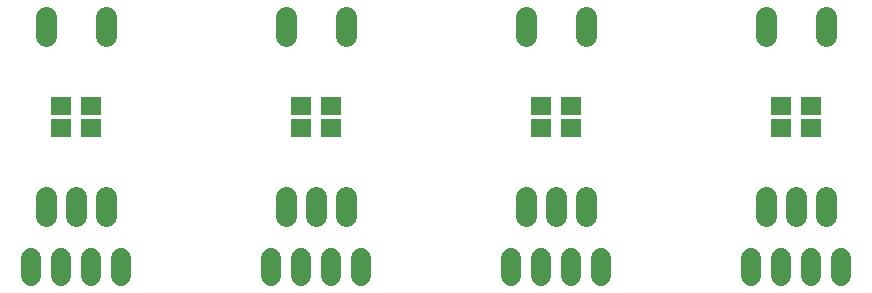
<source format=gbr>
G04 EAGLE Gerber RS-274X export*
G75*
%MOMM*%
%FSLAX34Y34*%
%LPD*%
%INSoldermask Bottom*%
%IPPOS*%
%AMOC8*
5,1,8,0,0,1.08239X$1,22.5*%
G01*
%ADD10C,1.727200*%
%ADD11C,1.803200*%
%ADD12R,1.703200X1.503200*%
%ADD13R,1.803200X1.503200*%


D10*
X127000Y33020D02*
X127000Y17780D01*
X101600Y17780D02*
X101600Y33020D01*
X76200Y33020D02*
X76200Y17780D01*
X50800Y17780D02*
X50800Y33020D01*
D11*
X114300Y68200D02*
X114300Y84200D01*
X88900Y84200D02*
X88900Y68200D01*
X63500Y68200D02*
X63500Y84200D01*
X114300Y220600D02*
X114300Y236600D01*
X63500Y236600D02*
X63500Y220600D01*
D12*
X101600Y142900D03*
X101600Y161900D03*
D13*
X76200Y142900D03*
X76200Y161900D03*
D10*
X330200Y33020D02*
X330200Y17780D01*
X304800Y17780D02*
X304800Y33020D01*
X279400Y33020D02*
X279400Y17780D01*
X254000Y17780D02*
X254000Y33020D01*
D11*
X317500Y68200D02*
X317500Y84200D01*
X292100Y84200D02*
X292100Y68200D01*
X266700Y68200D02*
X266700Y84200D01*
X317500Y220600D02*
X317500Y236600D01*
X266700Y236600D02*
X266700Y220600D01*
D12*
X304800Y142900D03*
X304800Y161900D03*
D13*
X279400Y142900D03*
X279400Y161900D03*
D10*
X533400Y33020D02*
X533400Y17780D01*
X508000Y17780D02*
X508000Y33020D01*
X482600Y33020D02*
X482600Y17780D01*
X457200Y17780D02*
X457200Y33020D01*
D11*
X520700Y68200D02*
X520700Y84200D01*
X495300Y84200D02*
X495300Y68200D01*
X469900Y68200D02*
X469900Y84200D01*
X520700Y220600D02*
X520700Y236600D01*
X469900Y236600D02*
X469900Y220600D01*
D12*
X508000Y142900D03*
X508000Y161900D03*
D13*
X482600Y142900D03*
X482600Y161900D03*
D10*
X736600Y33020D02*
X736600Y17780D01*
X711200Y17780D02*
X711200Y33020D01*
X685800Y33020D02*
X685800Y17780D01*
X660400Y17780D02*
X660400Y33020D01*
D11*
X723900Y68200D02*
X723900Y84200D01*
X698500Y84200D02*
X698500Y68200D01*
X673100Y68200D02*
X673100Y84200D01*
X723900Y220600D02*
X723900Y236600D01*
X673100Y236600D02*
X673100Y220600D01*
D12*
X711200Y142900D03*
X711200Y161900D03*
D13*
X685800Y142900D03*
X685800Y161900D03*
M02*

</source>
